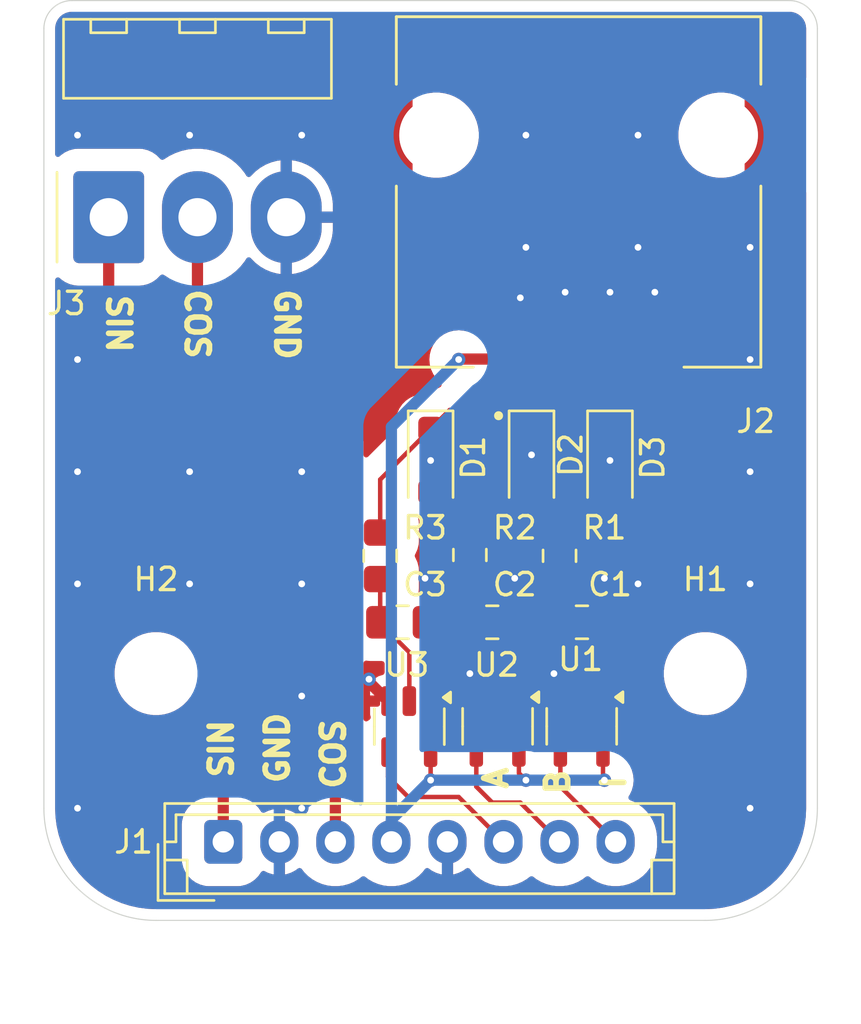
<source format=kicad_pcb>
(kicad_pcb (version 20240108) (generator "pcbnew") (generator_version "8.0")
  (layers (0 "F.Cu" signal) (31 "B.Cu" signal) (34 "B.Paste" user) (35 "F.Paste" user) (36 "B.SilkS" user "B.Silkscreen") (37 "F.SilkS" user "F.Silkscreen") (38 "B.Mask" user) (39 "F.Mask" user) (44 "Edge.Cuts" user))
  (net 0 "")
  (net 1 "/MC_I_LP")
  (net 2 "GND")
  (net 3 "/MC_B_LP")
  (net 4 "/MC_A_LP")
  (net 5 "/Cos")
  (net 6 "/MC_A")
  (net 7 "/Sin")
  (net 8 "+5V")
  (net 9 "/MC_B")
  (net 10 "/MC_I")
  (net 11 "/C_B")
  (net 12 "/C_I")
  (net 13 "/C_A")
  (footprint "Capacitor_SMD:C_0805_2012Metric_Pad1.18x1.45mm_HandSolder" (layer "F.Cu") (at 51.5 68.75 -90)
    (property "Reference" "R1" (at -1.25 -2 180) (layer "F.SilkS"))
    (property "Value" "1k")
    (fp_line (start -0.261252 0.735) (end 0.261252 0.735) (stroke (width 0.12)) (layer "F.SilkS"))
    (fp_line (start -0.261252 -0.735) (end 0.261252 -0.735) (stroke (width 0.12)) (layer "F.SilkS"))
    (pad "1" smd roundrect (at -1.0375 0 270) (size 1.175 1.45) (layers "F.Cu" "F.Paste" "F.Mask") (roundrect_rratio 0.212766) (net 12 "/C_I"))
    (pad "2" smd roundrect (at 1.0375 0 270) (size 1.175 1.45) (layers "F.Cu" "F.Paste" "F.Mask") (roundrect_rratio 0.212766) (net 1 "/MC_I_LP"))
  )
  (footprint "Capacitor_SMD:C_0805_2012Metric_Pad1.18x1.45mm_HandSolder" (layer "F.Cu") (at 44.5 71.7125)
    (property "Reference" "C3" (at 1 -1.68 0) (layer "F.SilkS"))
    (property "Value" "100 pF")
    (fp_line (start -0.261252 -0.735) (end 0.261252 -0.735) (stroke (width 0.12)) (layer "F.SilkS"))
    (fp_line (start -0.261252 0.735) (end 0.261252 0.735) (stroke (width 0.12)) (layer "F.SilkS"))
    (pad "1" smd roundrect (at -1.0375 0) (size 1.175 1.45) (layers "F.Cu" "F.Paste" "F.Mask") (roundrect_rratio 0.212766) (net 4 "/MC_A_LP"))
    (pad "2" smd roundrect (at 1.0375 0) (size 1.175 1.45) (layers "F.Cu" "F.Paste" "F.Mask") (roundrect_rratio 0.212766) (net 2 "GND"))
  )
  (footprint "RJCSE538001:AMPHENOL_RJCSE538001" (layer "F.Cu") (at 52.35 50 180)
    (property "Reference" "J2" (at -7.9 -12.75 0) (layer "F.SilkS"))
    (property "Value" "RJCSE538001")
    (fp_line (start 8.13 5.28) (end 8.13 2.27) (stroke (width 0.127)) (layer "F.SilkS"))
    (fp_line (start 8.13 -2.27) (end 8.13 -10.34) (stroke (width 0.127)) (layer "F.SilkS"))
    (fp_line (start 8.13 -10.34) (end 4.7 -10.34) (stroke (width 0.127)) (layer "F.SilkS"))
    (fp_line (start -4.7 -10.34) (end -8.13 -10.34) (stroke (width 0.127)) (layer "F.SilkS"))
    (fp_line (start -8.13 5.28) (end 8.13 5.28) (stroke (width 0.127)) (layer "F.SilkS"))
    (fp_line (start -8.13 5.28) (end -8.13 2.27) (stroke (width 0.127)) (layer "F.SilkS"))
    (fp_line (start -8.13 -10.34) (end -8.13 -2.27) (stroke (width 0.127)) (layer "F.SilkS"))
    (fp_circle (center 3.57 -12.505) (end 3.67 -12.505) (stroke (width 0.2)) (fill none) (layer "F.SilkS"))
    (pad "" np_thru_hole circle (at -6.35 0 180) (size 3.3 3.3) (drill 3.3) (layers "*.Cu" "*.Mask"))
    (pad "" np_thru_hole circle (at 6.35 0 180) (size 3.3 3.3) (drill 3.3) (layers "*.Cu" "*.Mask"))
    (pad "1" smd rect (at 3.57 -9.98 180) (size 0.61 3.05) (layers "F.Cu" "F.Paste" "F.Mask") (net 8 "+5V"))
    (pad "2" smd rect (at 2.55 -9.98 180) (size 0.61 3.05) (layers "F.Cu" "F.Paste" "F.Mask") (net 2 "GND"))
    (pad "3" smd rect (at 1.53 -9.98 180) (size 0.61 3.05) (layers "F.Cu" "F.Paste" "F.Mask") (net 13 "/C_A"))
    (pad "4" smd rect (at 0.51 -9.98 180) (size 0.61 3.05) (layers "F.Cu" "F.Paste" "F.Mask") (net 2 "GND"))
    (pad "5" smd rect (at -0.51 -9.98 180) (size 0.61 3.05) (layers "F.Cu" "F.Paste" "F.Mask") (net 11 "/C_B"))
    (pad "6" smd rect (at -1.53 -9.98 180) (size 0.61 3.05) (layers "F.Cu" "F.Paste" "F.Mask") (net 2 "GND"))
    (pad "7" smd rect (at -2.55 -9.98 180) (size 0.61 3.05) (layers "F.Cu" "F.Paste" "F.Mask") (net 12 "/C_I"))
    (pad "8" smd rect (at -3.57 -9.98 180) (size 0.61 3.05) (layers "F.Cu" "F.Paste" "F.Mask") (net 2 "GND"))
    (pad "SH1" smd custom (at 8.66 0 180) (size 0.25 0.25) (layers "F.Cu") (net 2 "GND") (options (clearance outline) (anchor rect)) (primitives (gr_poly (pts (xy -1.25 -1.265) (xy -1.25 -1.95) (xy 1.25 -1.95) (xy 1.25 1.95) (xy -1.25 1.95) (xy -1.25 1.265) (xy -1.214 1.234) (xy -1.178 1.201) (xy -1.144 1.168) (xy -1.11 1.133) (xy -1.078 1.098) (xy -1.046 1.061) (xy -1.016 1.024) (xy -0.987 0.986) (xy -0.959 0.947) (xy -0.932 0.907) (xy -0.906 0.867) (xy -0.881 0.826) (xy -0.858 0.784) (xy -0.836 0.741) (xy -0.815 0.698) (xy -0.795 0.654) (xy -0.777 0.61) (xy -0.76 0.565) (xy -0.744 0.519) (xy -0.729 0.473) (xy -0.716 0.427) (xy -0.705 0.381) (xy -0.694 0.334) (xy -0.685 0.287) (xy -0.677 0.239) (xy -0.671 0.192) (xy -0.666 0.144) (xy -0.663 0.096) (xy -0.661 0.048) (xy -0.66 0) (xy -0.661 -0.048) (xy -0.663 -0.096) (xy -0.666 -0.144) (xy -0.671 -0.192) (xy -0.677 -0.239) (xy -0.685 -0.287) (xy -0.694 -0.334) (xy -0.705 -0.381) (xy -0.716 -0.427) (xy -0.729 -0.473) (xy -0.744 -0.519) (xy -0.76 -0.565) (xy -0.777 -0.61) (xy -0.795 -0.654) (xy -0.815 -0.698) (xy -0.836 -0.741) (xy -0.858 -0.784) (xy -0.881 -0.826) (xy -0.906 -0.867) (xy -0.932 -0.907) (xy -0.959 -0.947) (xy -0.987 -0.986) (xy -1.016 -1.024) (xy -1.046 -1.061) (xy -1.078 -1.098) (xy -1.11 -1.133) (xy -1.144 -1.168) (xy -1.178 -1.201) (xy -1.214 -1.234) (xy -1.25 -1.265)) (width 0.01) (fill yes))))
    (pad "SH2" smd custom (at -8.66 0 180) (size 0.25 0.25) (layers "F.Cu") (net 2 "GND") (options (clearance outline) (anchor rect)) (primitives (gr_poly (pts (xy 1.25 1.265) (xy 1.25 1.95) (xy -1.25 1.95) (xy -1.25 -1.95) (xy 1.25 -1.95) (xy 1.25 -1.265) (xy 1.214 -1.234) (xy 1.178 -1.201) (xy 1.144 -1.168) (xy 1.11 -1.133) (xy 1.078 -1.098) (xy 1.046 -1.061) (xy 1.016 -1.024) (xy 0.987 -0.986) (xy 0.959 -0.947) (xy 0.932 -0.907) (xy 0.906 -0.867) (xy 0.881 -0.826) (xy 0.858 -0.784) (xy 0.836 -0.741) (xy 0.815 -0.698) (xy 0.795 -0.654) (xy 0.777 -0.61) (xy 0.76 -0.565) (xy 0.744 -0.519) (xy 0.729 -0.473) (xy 0.716 -0.427) (xy 0.705 -0.381) (xy 0.694 -0.334) (xy 0.685 -0.287) (xy 0.677 -0.239) (xy 0.671 -0.192) (xy 0.666 -0.144) (xy 0.663 -0.096) (xy 0.661 -0.048) (xy 0.66 0) (xy 0.661 0.048) (xy 0.663 0.096) (xy 0.666 0.144) (xy 0.671 0.192) (xy 0.677 0.239) (xy 0.685 0.287) (xy 0.694 0.334) (xy 0.705 0.381) (xy 0.716 0.427) (xy 0.729 0.473) (xy 0.744 0.519) (xy 0.76 0.565) (xy 0.777 0.61) (xy 0.795 0.654) (xy 0.815 0.698) (xy 0.836 0.741) (xy 0.858 0.784) (xy 0.881 0.826) (xy 0.906 0.867) (xy 0.932 0.907) (xy 0.959 0.947) (xy 0.987 0.986) (xy 1.016 1.024) (xy 1.046 1.061) (xy 1.078 1.098) (xy 1.11 1.133) (xy 1.144 1.168) (xy 1.178 1.201) (xy 1.214 1.234) (xy 1.25 1.265)) (width 0.01) (fill yes))))
  )
  (footprint "Package_TO_SOT_SMD:SOT-23-5" (layer "F.Cu") (at 52.4875 76.35 -90)
    (property "Reference" "U1" (at -2.9875 0.05 180) (layer "F.SilkS"))
    (property "Value" "~")
    (fp_line (start 0 1.56) (end -0.8 1.56) (stroke (width 0.12)) (layer "F.SilkS"))
    (fp_line (start 0 1.56) (end 0.8 1.56) (stroke (width 0.12)) (layer "F.SilkS"))
    (fp_line (start 0 -1.56) (end -0.8 -1.56) (stroke (width 0.12)) (layer "F.SilkS"))
    (fp_line (start 0 -1.56) (end 0.8 -1.56) (stroke (width 0.12)) (layer "F.SilkS"))
    (fp_poly (pts (xy -1.3 -1.51) (xy -1.54 -1.84) (xy -1.06 -1.84) (xy -1.3 -1.51)) (stroke (width 0.12)) (fill solid) (layer "F.SilkS"))
    (pad "1" smd roundrect (at -1.1375 -0.95 270) (size 1.325 0.6) (layers "F.Cu" "F.Paste" "F.Mask"))
    (pad "2" smd roundrect (at -1.1375 0 270) (size 1.325 0.6) (layers "F.Cu" "F.Paste" "F.Mask") (net 1 "/MC_I_LP"))
    (pad "3" smd roundrect (at -1.1375 0.95 270) (size 1.325 0.6) (layers "F.Cu" "F.Paste" "F.Mask") (net 2 "GND"))
    (pad "4" smd roundrect (at 1.1375 0.95 270) (size 1.325 0.6) (layers "F.Cu" "F.Paste" "F.Mask") (net 10 "/MC_I"))
    (pad "5" smd roundrect (at 1.1375 -0.95 270) (size 1.325 0.6) (layers "F.Cu" "F.Paste" "F.Mask") (net 8 "+5V"))
  )
  (footprint "Package_TO_SOT_SMD:SOT-23-5" (layer "F.Cu") (at 48.7375 76.35 -90)
    (property "Reference" "U2" (at -2.7375 0.05 180) (layer "F.SilkS"))
    (property "Value" "~")
    (fp_line (start 0 1.56) (end -0.8 1.56) (stroke (width 0.12)) (layer "F.SilkS"))
    (fp_line (start 0 1.56) (end 0.8 1.56) (stroke (width 0.12)) (layer "F.SilkS"))
    (fp_line (start 0 -1.56) (end -0.8 -1.56) (stroke (width 0.12)) (layer "F.SilkS"))
    (fp_line (start 0 -1.56) (end 0.8 -1.56) (stroke (width 0.12)) (layer "F.SilkS"))
    (fp_poly (pts (xy -1.3 -1.51) (xy -1.54 -1.84) (xy -1.06 -1.84) (xy -1.3 -1.51)) (stroke (width 0.12)) (fill solid) (layer "F.SilkS"))
    (pad "1" smd roundrect (at -1.1375 -0.95 270) (size 1.325 0.6) (layers "F.Cu" "F.Paste" "F.Mask"))
    (pad "2" smd roundrect (at -1.1375 0 270) (size 1.325 0.6) (layers "F.Cu" "F.Paste" "F.Mask") (net 3 "/MC_B_LP"))
    (pad "3" smd roundrect (at -1.1375 0.95 270) (size 1.325 0.6) (layers "F.Cu" "F.Paste" "F.Mask") (net 2 "GND"))
    (pad "4" smd roundrect (at 1.1375 0.95 270) (size 1.325 0.6) (layers "F.Cu" "F.Paste" "F.Mask") (net 9 "/MC_B"))
    (pad "5" smd roundrect (at 1.1375 -0.95 270) (size 1.325 0.6) (layers "F.Cu" "F.Paste" "F.Mask") (net 8 "+5V"))
  )
  (footprint "Capacitor_SMD:C_0805_2012Metric_Pad1.18x1.45mm_HandSolder" (layer "F.Cu") (at 52.5 71.7125)
    (property "Reference" "C1" (at 1.25 -1.68 0) (layer "F.SilkS"))
    (property "Value" "100 pF")
    (fp_line (start -0.261252 -0.735) (end 0.261252 -0.735) (stroke (width 0.12)) (layer "F.SilkS"))
    (fp_line (start -0.261252 0.735) (end 0.261252 0.735) (stroke (width 0.12)) (layer "F.SilkS"))
    (pad "1" smd roundrect (at -1.0375 0) (size 1.175 1.45) (layers "F.Cu" "F.Paste" "F.Mask") (roundrect_rratio 0.212766) (net 1 "/MC_I_LP"))
    (pad "2" smd roundrect (at 1.0375 0) (size 1.175 1.45) (layers "F.Cu" "F.Paste" "F.Mask") (roundrect_rratio 0.212766) (net 2 "GND"))
  )
  (footprint "Diode_SMD:D_SOD-123F" (layer "F.Cu") (at 50.25 64.5 -90)
    (property "Reference" "D2" (at -0.25 -1.75 90) (layer "F.SilkS"))
    (property "Value" "D_TVS")
    (fp_line (start -2.21 1) (end 1.65 1) (stroke (width 0.12)) (layer "F.SilkS"))
    (fp_line (start -2.21 -1) (end -2.21 1) (stroke (width 0.12)) (layer "F.SilkS"))
    (fp_line (start -2.21 -1) (end 1.65 -1) (stroke (width 0.12)) (layer "F.SilkS"))
    (pad "1" smd roundrect (at -1.4 0 270) (size 1.1 1.1) (layers "F.Cu" "F.Paste" "F.Mask") (roundrect_rratio 0.2272727273) (net 11 "/C_B"))
    (pad "2" smd roundrect (at 1.4 0 270) (size 1.1 1.1) (layers "F.Cu" "F.Paste" "F.Mask") (roundrect_rratio 0.2272727273) (net 2 "GND"))
  )
  (footprint "Diode_SMD:D_SOD-123F" (layer "F.Cu") (at 45.75 64.5 -90)
    (property "Reference" "D1" (at -0.127 -1.905 90) (layer "F.SilkS"))
    (property "Value" "D_TVS")
    (fp_line (start -2.21 1) (end 1.65 1) (stroke (width 0.12)) (layer "F.SilkS"))
    (fp_line (start -2.21 -1) (end -2.21 1) (stroke (width 0.12)) (layer "F.SilkS"))
    (fp_line (start -2.21 -1) (end 1.65 -1) (stroke (width 0.12)) (layer "F.SilkS"))
    (pad "1" smd roundrect (at -1.4 0 270) (size 1.1 1.1) (layers "F.Cu" "F.Paste" "F.Mask") (roundrect_rratio 0.2272727273) (net 13 "/C_A"))
    (pad "2" smd roundrect (at 1.4 0 270) (size 1.1 1.1) (layers "F.Cu" "F.Paste" "F.Mask") (roundrect_rratio 0.2272727273) (net 2 "GND"))
  )
  (footprint "Capacitor_SMD:C_0805_2012Metric_Pad1.18x1.45mm_HandSolder" (layer "F.Cu") (at 43.5 68.75 -90)
    (property "Reference" "R3" (at -1.25 -2 180) (layer "F.SilkS"))
    (property "Value" "1k")
    (fp_line (start -0.261252 0.735) (end 0.261252 0.735) (stroke (width 0.12)) (layer "F.SilkS"))
    (fp_line (start -0.261252 -0.735) (end 0.261252 -0.735) (stroke (width 0.12)) (layer "F.SilkS"))
    (pad "1" smd roundrect (at -1.0375 0 270) (size 1.175 1.45) (layers "F.Cu" "F.Paste" "F.Mask") (roundrect_rratio 0.212766) (net 13 "/C_A"))
    (pad "2" smd roundrect (at 1.0375 0 270) (size 1.175 1.45) (layers "F.Cu" "F.Paste" "F.Mask") (roundrect_rratio 0.212766) (net 4 "/MC_A_LP"))
  )
  (footprint "Connector_Molex:Molex_KK-396_A-41792-0003_1x03_P3.96mm_Horizontal" (layer "F.Cu") (at 31.39 53.655)
    (property "Reference" "J3" (at -1.89 3.845 0) (layer "F.SilkS"))
    (property "Value" "Conn_01x03")
    (fp_line (start -2.305 -2) (end -2.305 2) (stroke (width 0.12)) (layer "F.SilkS"))
    (fp_line (start -2.015 -8.82) (end 9.935 -8.82) (stroke (width 0.12)) (layer "F.SilkS"))
    (fp_line (start -2.015 -5.3) (end -2.015 -8.82) (stroke (width 0.12)) (layer "F.SilkS"))
    (fp_line (start -0.8 -8.82) (end -0.8 -8.22) (stroke (width 0.12)) (layer "F.SilkS"))
    (fp_line (start -0.8 -8.22) (end 0.8 -8.22) (stroke (width 0.12)) (layer "F.SilkS"))
    (fp_line (start 0.8 -8.22) (end 0.8 -8.82) (stroke (width 0.12)) (layer "F.SilkS"))
    (fp_line (start 3.16 -8.82) (end 3.16 -8.22) (stroke (width 0.12)) (layer "F.SilkS"))
    (fp_line (start 3.16 -8.22) (end 4.76 -8.22) (stroke (width 0.12)) (layer "F.SilkS"))
    (fp_line (start 4.76 -8.22) (end 4.76 -8.82) (stroke (width 0.12)) (layer "F.SilkS"))
    (fp_line (start 7.12 -8.82) (end 7.12 -8.22) (stroke (width 0.12)) (layer "F.SilkS"))
    (fp_line (start 7.12 -8.22) (end 8.72 -8.22) (stroke (width 0.12)) (layer "F.SilkS"))
    (fp_line (start 8.72 -8.22) (end 8.72 -8.82) (stroke (width 0.12)) (layer "F.SilkS"))
    (fp_line (start 9.935 -8.82) (end 9.935 -5.3) (stroke (width 0.12)) (layer "F.SilkS"))
    (fp_line (start 9.935 -5.3) (end -2.015 -5.3) (stroke (width 0.12)) (layer "F.SilkS"))
    (pad "1" thru_hole roundrect (at 0 0) (size 3.16 4.1) (drill 1.7) (layers "*.Cu" "*.Mask") (roundrect_rratio 0.079114) (net 7 "/Sin"))
    (pad "2" thru_hole oval (at 3.96 0) (size 3.16 4.1) (drill 1.7) (layers "*.Cu" "*.Mask") (net 5 "/Cos"))
    (pad "3" thru_hole oval (at 7.92 0) (size 3.16 4.1) (drill 1.7) (layers "*.Cu" "*.Mask") (net 2 "GND"))
  )
  (footprint "Connector_JST:JST_EH_B8B-EH-A_1x08_P2.50mm_Vertical" (layer "F.Cu") (at 36.5 81.5)
    (property "Reference" "J1" (at -4 0 0) (layer "F.SilkS"))
    (property "Value" "Conn_01x08")
    (fp_line (start -2.91 0.11) (end -2.91 2.61) (stroke (width 0.12)) (layer "F.SilkS"))
    (fp_line (start -2.91 2.61) (end -0.41 2.61) (stroke (width 0.12)) (layer "F.SilkS"))
    (fp_line (start -2.61 -1.71) (end -2.61 2.31) (stroke (width 0.12)) (layer "F.SilkS"))
    (fp_line (start -2.61 0) (end -2.11 0) (stroke (width 0.12)) (layer "F.SilkS"))
    (fp_line (start -2.61 0.81) (end -1.61 0.81) (stroke (width 0.12)) (layer "F.SilkS"))
    (fp_line (start -2.61 2.31) (end 20.11 2.31) (stroke (width 0.12)) (layer "F.SilkS"))
    (fp_line (start -2.11 -1.21) (end 19.61 -1.21) (stroke (width 0.12)) (layer "F.SilkS"))
    (fp_line (start -2.11 0) (end -2.11 -1.21) (stroke (width 0.12)) (layer "F.SilkS"))
    (fp_line (start -1.61 0.81) (end -1.61 2.31) (stroke (width 0.12)) (layer "F.SilkS"))
    (fp_line (start 19.11 0.81) (end 19.11 2.31) (stroke (width 0.12)) (layer "F.SilkS"))
    (fp_line (start 19.61 -1.21) (end 19.61 0) (stroke (width 0.12)) (layer "F.SilkS"))
    (fp_line (start 19.61 0) (end 20.11 0) (stroke (width 0.12)) (layer "F.SilkS"))
    (fp_line (start 20.11 -1.71) (end -2.61 -1.71) (stroke (width 0.12)) (layer "F.SilkS"))
    (fp_line (start 20.11 0.81) (end 19.11 0.81) (stroke (width 0.12)) (layer "F.SilkS"))
    (fp_line (start 20.11 2.31) (end 20.11 -1.71) (stroke (width 0.12)) (layer "F.SilkS"))
    (pad "1" thru_hole roundrect (at 0 0) (size 1.7 1.95) (drill 0.95) (layers "*.Cu" "*.Mask") (roundrect_rratio 0.147059) (net 7 "/Sin"))
    (pad "2" thru_hole oval (at 2.5 0) (size 1.7 1.95) (drill 0.95) (layers "*.Cu" "*.Mask") (net 2 "GND"))
    (pad "3" thru_hole oval (at 5 0) (size 1.7 1.95) (drill 0.95) (layers "*.Cu" "*.Mask") (net 5 "/Cos"))
    (pad "4" thru_hole oval (at 7.5 0) (size 1.7 1.95) (drill 0.95) (layers "*.Cu" "*.Mask") (net 8 "+5V"))
    (pad "5" thru_hole oval (at 10 0) (size 1.7 1.95) (drill 0.95) (layers "*.Cu" "*.Mask") (net 2 "GND"))
    (pad "6" thru_hole oval (at 12.5 0) (size 1.7 1.95) (drill 0.95) (layers "*.Cu" "*.Mask") (net 6 "/MC_A"))
    (pad "7" thru_hole oval (at 15 0) (size 1.7 1.95) (drill 0.95) (layers "*.Cu" "*.Mask") (net 9 "/MC_B"))
    (pad "8" thru_hole oval (at 17.5 0) (size 1.7 1.95) (drill 0.95) (layers "*.Cu" "*.Mask") (net 10 "/MC_I"))
  )
  (footprint "MountingHole:MountingHole_3.2mm_M3" (layer "F.Cu") (at 58 74)
    (property "Reference" "H1" (at 0 -4.2 0) (layer "F.SilkS"))
    (property "Value" "MountingHole")
    (pad "" np_thru_hole circle (at 0 0) (size 3.2 3.2) (drill 3.2) (layers "*.Cu" "*.Mask"))
  )
  (footprint "Capacitor_SMD:C_0805_2012Metric_Pad1.18x1.45mm_HandSolder" (layer "F.Cu") (at 47.5 68.7125 -90)
    (property "Reference" "R2" (at -1.2125 -2 180) (layer "F.SilkS"))
    (property "Value" "1k")
    (fp_line (start -0.261252 0.735) (end 0.261252 0.735) (stroke (width 0.12)) (layer "F.SilkS"))
    (fp_line (start -0.261252 -0.735) (end 0.261252 -0.735) (stroke (width 0.12)) (layer "F.SilkS"))
    (pad "1" smd roundrect (at -1.0375 0 270) (size 1.175 1.45) (layers "F.Cu" "F.Paste" "F.Mask") (roundrect_rratio 0.212766) (net 11 "/C_B"))
    (pad "2" smd roundrect (at 1.0375 0 270) (size 1.175 1.45) (layers "F.Cu" "F.Paste" "F.Mask") (roundrect_rratio 0.212766) (net 3 "/MC_B_LP"))
  )
  (footprint "Capacitor_SMD:C_0805_2012Metric_Pad1.18x1.45mm_HandSolder" (layer "F.Cu") (at 48.5 71.7125)
    (property "Reference" "C2" (at 1 -1.68 0) (layer "F.SilkS"))
    (property "Value" "100 pF")
    (fp_line (start -0.261252 -0.735) (end 0.261252 -0.735) (stroke (width 0.12)) (layer "F.SilkS"))
    (fp_line (start -0.261252 0.735) (end 0.261252 0.735) (stroke (width 0.12)) (layer "F.SilkS"))
    (pad "1" smd roundrect (at -1.0375 0) (size 1.175 1.45) (layers "F.Cu" "F.Paste" "F.Mask") (roundrect_rratio 0.212766) (net 3 "/MC_B_LP"))
    (pad "2" smd roundrect (at 1.0375 0) (size 1.175 1.45) (layers "F.Cu" "F.Paste" "F.Mask") (roundrect_rratio 0.212766) (net 2 "GND"))
  )
  (footprint "MountingHole:MountingHole_3.2mm_M3" (layer "F.Cu") (at 33.5 74)
    (property "Reference" "H2" (at 0 -4.2 0) (layer "F.SilkS"))
    (property "Value" "MountingHole")
    (pad "" np_thru_hole circle (at 0 0) (size 3.2 3.2) (drill 3.2) (layers "*.Cu" "*.Mask"))
  )
  (footprint "Package_TO_SOT_SMD:SOT-23-5" (layer "F.Cu") (at 44.8 76.3625 -90)
    (property "Reference" "U3" (at -2.75 0.1125 180) (layer "F.SilkS"))
    (property "Value" "~")
    (fp_line (start 0 1.56) (end -0.8 1.56) (stroke (width 0.12)) (layer "F.SilkS"))
    (fp_line (start 0 1.56) (end 0.8 1.56) (stroke (width 0.12)) (layer "F.SilkS"))
    (fp_line (start 0 -1.56) (end -0.8 -1.56) (stroke (width 0.12)) (layer "F.SilkS"))
    (fp_line (start 0 -1.56) (end 0.8 -1.56) (stroke (width 0.12)) (layer "F.SilkS"))
    (fp_poly (pts (xy -1.3 -1.51) (xy -1.54 -1.84) (xy -1.06 -1.84) (xy -1.3 -1.51)) (stroke (width 0.12)) (fill solid) (layer "F.SilkS"))
    (pad "1" smd roundrect (at -1.1375 -0.95 270) (size 1.325 0.6) (layers "F.Cu" "F.Paste" "F.Mask"))
    (pad "2" smd roundrect (at -1.1375 0 270) (size 1.325 0.6) (layers "F.Cu" "F.Paste" "F.Mask") (net 4 "/MC_A_LP"))
    (pad "3" smd roundrect (at -1.1375 0.95 270) (size 1.325 0.6) (layers "F.Cu" "F.Paste" "F.Mask") (net 2 "GND"))
    (pad "4" smd roundrect (at 1.1375 0.95 270) (size 1.325 0.6) (layers "F.Cu" "F.Paste" "F.Mask") (net 6 "/MC_A"))
    (pad "5" smd roundrect (at 1.1375 -0.95 270) (size 1.325 0.6) (layers "F.Cu" "F.Paste" "F.Mask") (net 8 "+5V"))
  )
  (footprint "Diode_SMD:D_SOD-123F" (layer "F.Cu") (at 53.75 64.5 -90)
    (property "Reference" "D3" (at -0.127 -1.905 90) (layer "F.SilkS"))
    (property "Value" "D_TVS")
    (fp_line (start -2.21 1) (end 1.65 1) (stroke (width 0.12)) (layer "F.SilkS"))
    (fp_line (start -2.21 -1) (end -2.21 1) (stroke (width 0.12)) (layer "F.SilkS"))
    (fp_line (start -2.21 -1) (end 1.65 -1) (stroke (width 0.12)) (layer "F.SilkS"))
    (pad "1" smd roundrect (at -1.4 0 270) (size 1.1 1.1) (layers "F.Cu" "F.Paste" "F.Mask") (roundrect_rratio 0.2272727273) (net 12 "/C_I"))
    (pad "2" smd roundrect (at 1.4 0 270) (size 1.1 1.1) (layers "F.Cu" "F.Paste" "F.Mask") (roundrect_rratio 0.2272727273) (net 2 "GND"))
  )
  (gr_arc (start 61.75 44) (mid 62.633883 44.366117) (end 63 45.25) (stroke (width 0.05)) (layer "Edge.Cuts"))
  (gr_arc (start 63 80) (mid 61.535534 83.535534) (end 58 85) (stroke (width 0.05)) (layer "Edge.Cuts"))
  (gr_line (start 61.75 44) (end 29.75 44) (stroke (width 0.05)) (layer "Edge.Cuts"))
  (gr_line (start 63 80) (end 63 45.25) (stroke (width 0.05)) (layer "Edge.Cuts"))
  (gr_arc (start 33.5 85) (mid 29.964466 83.535534) (end 28.5 80) (stroke (width 0.05)) (layer "Edge.Cuts"))
  (gr_arc (start 28.5 45.25) (mid 28.866117 44.366117) (end 29.75 44) (stroke (width 0.05)) (layer "Edge.Cuts"))
  (gr_line (start 33.5 85) (end 58 85) (stroke (width 0.05)) (layer "Edge.Cuts"))
  (gr_line (start 28.5 45.25) (end 28.5 80) (stroke (width 0.05)) (layer "Edge.Cuts"))
  (gr_text "A" (at 49.25 79.25 90) (layer "F.SilkS") (effects (font (size 1 1) (thickness 0.25) (bold yes)) (justify left bottom)))
  (gr_text "SIN" (at 31.25 57 -90) (layer "F.SilkS") (effects (font (size 1 1) (thickness 0.25) (bold yes)) (justify left bottom)))
  (gr_text "I" (at 54.5 79.25 90) (layer "F.SilkS") (effects (font (size 1 1) (thickness 0.25) (bold yes)) (justify left bottom)))
  (gr_text "COS" (at 42 79.25 90) (layer "F.SilkS") (effects (font (size 1 1) (thickness 0.25) (bold yes)) (justify left bottom)))
  (gr_text "GND" (at 39.5 79 90) (layer "F.SilkS") (effects (font (size 1 1) (thickness 0.25) (bold yes)) (justify left bottom)))
  (gr_text "GND" (at 38.75 56.75 -90) (layer "F.SilkS") (effects (font (size 1 1) (thickness 0.25) (bold yes)) (justify left bottom)))
  (gr_text "COS" (at 34.75 56.75 -90) (layer "F.SilkS") (effects (font (size 1 1) (thickness 0.25) (bold yes)) (justify left bottom)))
  (gr_text "SIN" (at 37 78.75 90) (layer "F.SilkS") (effects (font (size 1 1) (thickness 0.25) (bold yes)) (justify left bottom)))
  (gr_text "B" (at 52 79.5 90) (layer "F.SilkS") (effects (font (size 1 1) (thickness 0.25) (bold yes)) (justify left bottom)))
  (segment (start 51.5 71.675) (end 51.4625 71.7125) (width 0.2) (layer "F.Cu") (net 1))
  (segment (start 52.4875 72.7375) (end 52.4875 75.2125) (width 0.2) (layer "F.Cu") (net 1))
  (segment (start 51.4625 71.7125) (end 52.4875 72.7375) (width 0.2) (layer "F.Cu") (net 1))
  (segment (start 51.5 69.7875) (end 51.5 71.675) (width 0.2) (layer "F.Cu") (net 1))
  (segment (start 49.5375 71.7125) (end 49.5375 69.7875) (width 0.5) (layer "F.Cu") (net 2))
  (segment (start 51.5375 75.2125) (end 51.5375 74.2875) (width 0.5) (layer "F.Cu") (net 2))
  (segment (start 43.85 75.225) (end 43 74.375) (width 0.5) (layer "F.Cu") (net 2))
  (segment (start 49.8 59.98) (end 49.8 57.3) (width 0.5) (layer "F.Cu") (net 2))
  (segment (start 53.88 57.13) (end 53.75 57) (width 0.5) (layer "F.Cu") (net 2))
  (segment (start 49.5375 69.7875) (end 49.5 69.75) (width 0.5) (layer "F.Cu") (net 2))
  (segment (start 53.88 59.98) (end 53.88 57.13) (width 0.5) (layer "F.Cu") (net 2))
  (segment (start 47.7875 74.2875) (end 47.5 74) (width 0.5) (layer "F.Cu") (net 2))
  (segment (start 45.5375 71.7125) (end 45.5375 69.7875) (width 0.5) (layer "F.Cu") (net 2))
  (segment (start 47.7875 75.2125) (end 47.7875 74.2875) (width 0.5) (layer "F.Cu") (net 2))
  (segment (start 50.25 64.25) (end 50.25 65.9) (width 0.5) (layer "F.Cu") (net 2))
  (segment (start 49.8 57.3) (end 49.75 57.25) (width 0.5) (layer "F.Cu") (net 2))
  (segment (start 55.92 59.98) (end 55.92 57.17) (width 0.5) (layer "F.Cu") (net 2))
  (segment (start 51.5375 74.2875) (end 51.25 74) (width 0.5) (layer "F.Cu") (net 2))
  (segment (start 53.5375 71.7125) (end 53.5375 69.7875) (width 0.5) (layer "F.Cu") (net 2))
  (segment (start 51.84 59.98) (end 51.84 57.09) (width 0.5) (layer "F.Cu") (net 2))
  (segment (start 45.5375 69.7875) (end 45.5 69.75) (width 0.5) (layer "F.Cu") (net 2))
  (segment (start 51.84 57.09) (end 51.75 57) (width 0.5) (layer "F.Cu") (net 2))
  (segment (start 53.5375 69.7875) (end 53.5 69.75) (width 0.5) (layer "F.Cu") (net 2))
  (segment (start 55.75 57) (end 55.92 57.17) (width 0.5) (layer "F.Cu") (net 2))
  (segment (start 45.75 64.5) (end 45.75 65.9) (width 0.5) (layer "F.Cu") (net 2))
  (segment (start 53.75 64.5) (end 53.75 65.9) (width 0.5) (layer "F.Cu") (net 2))
  (segment (start 43 74.375) (end 43 74.25) (width 0.5) (layer "F.Cu") (net 2))
  (via (at 47.5 74) (size 0.6) (drill 0.3) (layers "F.Cu" "B.Cu") (net 2))
  (via (at 45.75 64.5) (size 0.6) (drill 0.3) (layers "F.Cu" "B.Cu") (net 2))
  (via (at 51.25 74) (size 0.6) (drill 0.3) (layers "F.Cu" "B.Cu") (net 2))
  (via (at 43 74.25) (size 0.6) (drill 0.3) (layers "F.Cu" "B.Cu") (net 2))
  (via (at 40 65) (size 0.6) (drill 0.3) (layers "F.Cu" "B.Cu") (net 2))
  (via (at 60 80) (size 0.6) (drill 0.3) (layers "F.Cu" "B.Cu") (net 2))
  (via (at 60 55) (size 0.6) (drill 0.3) (layers "F.Cu" "B.Cu") (net 2))
  (via (at 40 70) (size 0.6) (drill 0.3) (layers "F.Cu" "B.Cu") (net 2))
  (via (at 53.5 69.75) (size 0.6) (drill 0.3) (layers "F.Cu" "B.Cu") (net 2))
  (via (at 30 65) (size 0.6) (drill 0.3) (layers "F.Cu" "B.Cu") (net 2))
  (via (at 30 50) (size 0.6) (drill 0.3) (layers "F.Cu" "B.Cu") (net 2))
  (via (at 60 60) (size 0.6) (drill 0.3) (layers "F.Cu" "B.Cu") (net 2))
  (via (at 45.5 69.75) (size 0.6) (drill 0.3) (layers "F.Cu" "B.Cu") (net 2))
  (via (at 55 70) (size 0.6) (drill 0.3) (layers "F.Cu" "B.Cu") (net 2))
  (via (at 35 50) (size 0.6) (drill 0.3) (layers "F.Cu" "B.Cu") (net 2))
  (via (at 35 65) (size 0.6) (drill 0.3) (layers "F.Cu" "B.Cu") (net 2))
  (via (at 60 65) (size 0.6) (drill 0.3) (layers "F.Cu" "B.Cu") (net 2))
  (via (at 50.25 64.25) (size 0.6) (drill 0.3) (layers "F.Cu" "B.Cu") (net 2))
  (via (at 53.75 64.5) (size 0.6) (drill 0.3) (layers "F.Cu" "B.Cu") (net 2))
  (via (at 49.5 69.75) (size 0.6) (drill 0.3) (layers "F.Cu" "B.Cu") (net 2))
  (via (at 30 60) (size 0.6) (drill 0.3) (layers "F.Cu" "B.Cu") (net 2))
  (via (at 40 80) (size 0.6) (drill 0.3) (layers "F.Cu" "B.Cu") (net 2))
  (via (at 55 50) (size 0.6) (drill 0.3) (layers "F.Cu" "B.Cu") (net 2))
  (via (at 30 70) (size 0.6) (drill 0.3) (layers "F.Cu" "B.Cu") (net 2))
  (via (at 40 75) (size 0.6) (drill 0.3) (layers "F.Cu" "B.Cu") (net 2))
  (via (at 55 55) (size 0.6) (drill 0.3) (layers "F.Cu" "B.Cu") (net 2))
  (via (at 35 70) (size 0.6) (drill 0.3) (layers "F.Cu" "B.Cu") (net 2))
  (via (at 49.75 57.25) (size 0.6) (drill 0.3) (layers "F.Cu" "B.Cu") (net 2))
  (via (at 53.75 57) (size 0.6) (drill 0.3) (layers "F.Cu" "B.Cu") (net 2))
  (via (at 50 50) (size 0.6) (drill 0.3) (layers "F.Cu" "B.Cu") (net 2))
  (via (at 30 80) (size 0.6) (drill 0.3) (layers "F.Cu" "B.Cu") (net 2))
  (via (at 55.75 57) (size 0.6) (drill 0.3) (layers "F.Cu" "B.Cu") (net 2))
  (via (at 51.75 57) (size 0.6) (drill 0.3) (layers "F.Cu" "B.Cu") (net 2))
  (via (at 40 50) (size 0.6) (drill 0.3) (layers "F.Cu" "B.Cu") (net 2))
  (via (at 50 55) (size 0.6) (drill 0.3) (layers "F.Cu" "B.Cu") (net 2))
  (via (at 60 70) (size 0.6) (drill 0.3) (layers "F.Cu" "B.Cu") (net 2))
  (segment (start 47.4625 71.7125) (end 48.7375 72.9875) (width 0.2) (layer "F.Cu") (net 3))
  (segment (start 47.5 69.75) (end 47.5 71.675) (width 0.2) (layer "F.Cu") (net 3))
  (segment (start 48.7375 72.9875) (end 48.7375 75.2125) (width 0.2) (layer "F.Cu") (net 3))
  (segment (start 47.5 71.675) (end 47.4625 71.7125) (width 0.2) (layer "F.Cu") (net 3))
  (segment (start 44.8 73.05) (end 44.8 75.225) (width 0.2) (layer "F.Cu") (net 4))
  (segment (start 43.5 71.675) (end 43.4625 71.7125) (width 0.2) (layer "F.Cu") (net 4))
  (segment (start 43.4625 71.7125) (end 44.8 73.05) (width 0.2) (layer "F.Cu") (net 4))
  (segment (start 43.5 69.7875) (end 43.5 71.675) (width 0.2) (layer "F.Cu") (net 4))
  (segment (start 41.5 63.75) (end 41.5 81.5) (width 0.5) (layer "F.Cu") (net 5))
  (segment (start 35.35 57.6) (end 41.5 63.75) (width 0.5) (layer "F.Cu") (net 5))
  (segment (start 35.35 53.655) (end 35.35 57.6) (width 0.5) (layer "F.Cu") (net 5))
  (segment (start 43.85 77.5) (end 43.85 78.6) (width 0.2) (layer "F.Cu") (net 6))
  (segment (start 47 79.5) (end 49 81.5) (width 0.2) (layer "F.Cu") (net 6))
  (segment (start 44.75 79.5) (end 47 79.5) (width 0.2) (layer "F.Cu") (net 6))
  (segment (start 43.85 78.6) (end 44.75 79.5) (width 0.2) (layer "F.Cu") (net 6))
  (segment (start 31.39 59.39) (end 31.39 53.655) (width 0.5) (layer "F.Cu") (net 7))
  (segment (start 36.5 81.5) (end 36.5 64.5) (width 0.5) (layer "F.Cu") (net 7))
  (segment (start 36.5 64.5) (end 31.39 59.39) (width 0.5) (layer "F.Cu") (net 7))
  (segment (start 48.78 59.98) (end 47.02 59.98) (width 0.5) (layer "F.Cu") (net 8))
  (segment (start 49.6875 78.4375) (end 50 78.75) (width 0.2) (layer "F.Cu") (net 8))
  (segment (start 45.75 77.5) (end 45.75 78.75) (width 0.2) (layer "F.Cu") (net 8))
  (segment (start 53.4375 77.4875) (end 53.4375 78.6875) (width 0.2) (layer "F.Cu") (net 8))
  (segment (start 49.6875 77.4875) (end 49.6875 78.4375) (width 0.2) (layer "F.Cu") (net 8))
  (segment (start 47.02 59.98) (end 47 60) (width 0.5) (layer "F.Cu") (net 8))
  (segment (start 53.4375 78.6875) (end 53.5 78.75) (width 0.2) (layer "F.Cu") (net 8))
  (via (at 53.5 78.75) (size 0.6) (drill 0.3) (layers "F.Cu" "B.Cu") (net 8))
  (via (at 47 60) (size 0.6) (drill 0.3) (layers "F.Cu" "B.Cu") (net 8))
  (via (at 50 78.75) (size 0.6) (drill 0.3) (layers "F.Cu" "B.Cu") (net 8))
  (via (at 45.75 78.75) (size 0.6) (drill 0.3) (layers "F.Cu" "B.Cu") (net 8))
  (segment (start 44 81.5) (end 44 80.5) (width 0.5) (layer "B.Cu") (net 8))
  (segment (start 44 63) (end 47 60) (width 0.5) (layer "B.Cu") (net 8))
  (segment (start 44 81.5) (end 44 63) (width 0.5) (layer "B.Cu") (net 8))
  (segment (start 53.5 78.75) (end 45.75 78.75) (width 0.5) (layer "B.Cu") (net 8))
  (segment (start 44 80.5) (end 45.75 78.75) (width 0.5) (layer "B.Cu") (net 8))
  (segment (start 48.5 79.75) (end 49.75 79.75) (width 0.2) (layer "F.Cu") (net 9))
  (segment (start 47.7875 79.0375) (end 48.5 79.75) (width 0.2) (layer "F.Cu") (net 9))
  (segment (start 49.75 79.75) (end 51.5 81.5) (width 0.2) (layer "F.Cu") (net 9))
  (segment (start 47.7875 77.4875) (end 47.7875 79.0375) (width 0.2) (layer "F.Cu") (net 9))
  (segment (start 51.5375 79.0375) (end 54 81.5) (width 0.2) (layer "F.Cu") (net 10))
  (segment (start 51.5375 77.4875) (end 51.5375 79.0375) (width 0.2) (layer "F.Cu") (net 10))
  (segment (start 51.465 63.1) (end 49.75 63.1) (width 0.2) (layer "F.Cu") (net 11))
  (segment (start 47.5 64) (end 47.5 67.675) (width 0.2) (layer "F.Cu") (net 11))
  (segment (start 49.75 63.1) (end 48.4 63.1) (width 0.2) (layer "F.Cu") (net 11))
  (segment (start 52.86 61.705) (end 51.465 63.1) (width 0.2) (layer "F.Cu") (net 11))
  (segment (start 48.4 63.1) (end 47.5 64) (width 0.2) (layer "F.Cu") (net 11))
  (segment (start 52.86 59.98) (end 52.86 61.705) (width 0.2) (layer "F.Cu") (net 11))
  (segment (start 52.4 63.1) (end 51.75 63.75) (width 0.2) (layer "F.Cu") (net 12))
  (segment (start 51.75 63.75) (end 51.75 67.4625) (width 0.2) (layer "F.Cu") (net 12))
  (segment (start 54.9 61.95) (end 53.75 63.1) (width 0.2) (layer "F.Cu") (net 12))
  (segment (start 51.75 67.4625) (end 51.5 67.7125) (width 0.2) (layer "F.Cu") (net 12))
  (segment (start 54.9 59.98) (end 54.9 61.95) (width 0.2) (layer "F.Cu") (net 12))
  (segment (start 53.75 63.1) (end 52.4 63.1) (width 0.2) (layer "F.Cu") (net 12))
  (segment (start 50.82 61.705) (end 50.275 62.25) (width 0.2) (layer "F.Cu") (net 13))
  (segment (start 50.82 59.98) (end 50.82 61.705) (width 0.2) (layer "F.Cu") (net 13))
  (segment (start 45.75 63.1) (end 43.5 65.35) (width 0.2) (layer "F.Cu") (net 13))
  (segment (start 50.275 62.25) (end 46.6 62.25) (width 0.2) (layer "F.Cu") (net 13))
  (segment (start 46.6 62.25) (end 45.75 63.1) (width 0.2) (layer "F.Cu") (net 13))
  (segment (start 43.5 65.35) (end 43.5 67.7125) (width 0.2) (layer "F.Cu") (net 13))
  (zone (net 2) (net_name "GND") (layers "F&B.Cu") (connect_pads (clearance 1)) (min_thickness 0.25) (fill yes (thermal_gap 0.5) (thermal_bridge_width 0.5))
    (polygon (pts (xy 28.5 85) (xy 63 85) (xy 63 44) (xy 28.5 44)))
  )
)
</source>
